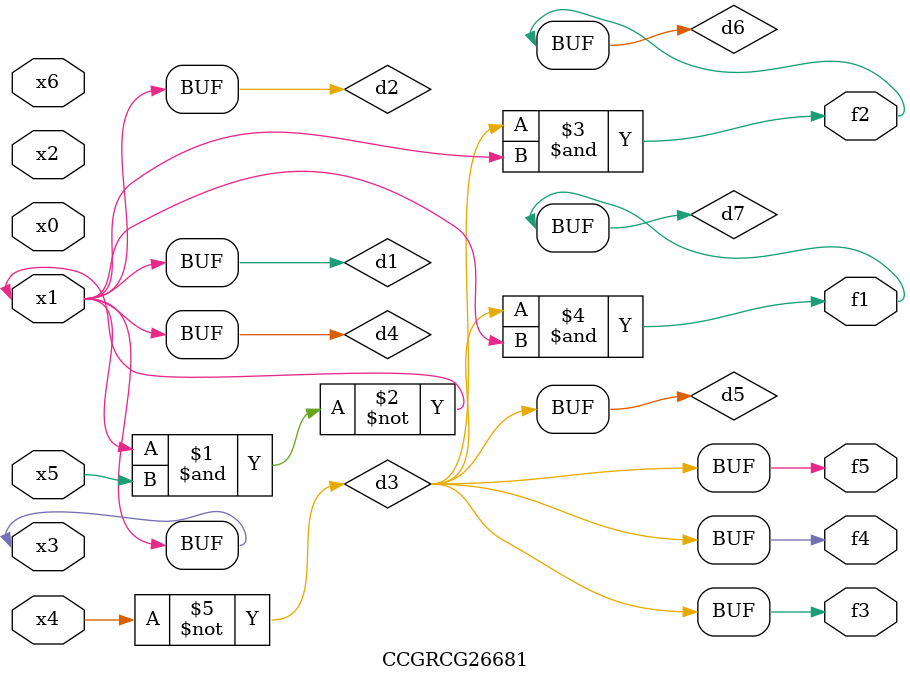
<source format=v>
module CCGRCG26681(
	input x0, x1, x2, x3, x4, x5, x6,
	output f1, f2, f3, f4, f5
);

	wire d1, d2, d3, d4, d5, d6, d7;

	buf (d1, x1, x3);
	nand (d2, x1, x5);
	not (d3, x4);
	buf (d4, d1, d2);
	buf (d5, d3);
	and (d6, d3, d4);
	and (d7, d3, d4);
	assign f1 = d7;
	assign f2 = d6;
	assign f3 = d5;
	assign f4 = d5;
	assign f5 = d5;
endmodule

</source>
